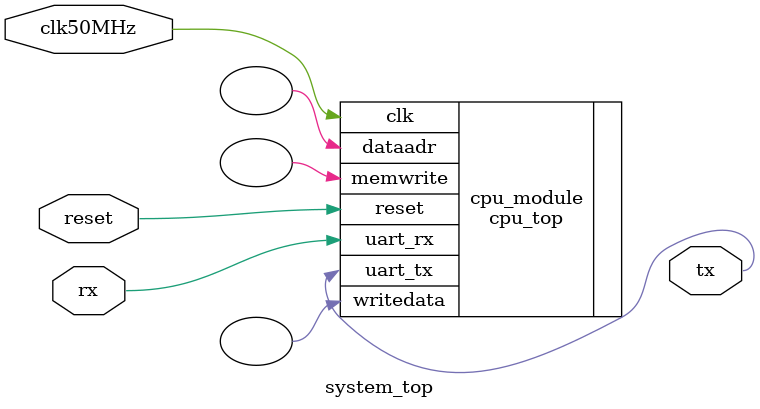
<source format=v>
module system_top(input clk50MHz,
                  input reset,
                  input rx,
                  output tx);

cpu_top cpu_module(.clk(clk50MHz),
                   .reset(reset),
                   .writedata(),
                   .dataadr(),
                   .memwrite(),
                   .uart_rx(rx),
                   .uart_tx(tx));
                   
endmodule

</source>
